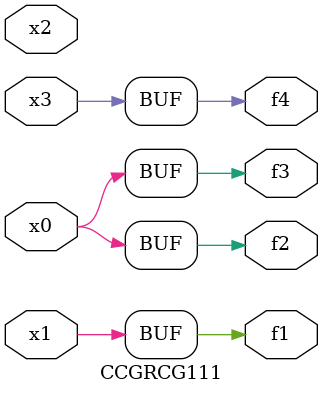
<source format=v>
module CCGRCG111(
	input x0, x1, x2, x3,
	output f1, f2, f3, f4
);
	assign f1 = x1;
	assign f2 = x0;
	assign f3 = x0;
	assign f4 = x3;
endmodule

</source>
